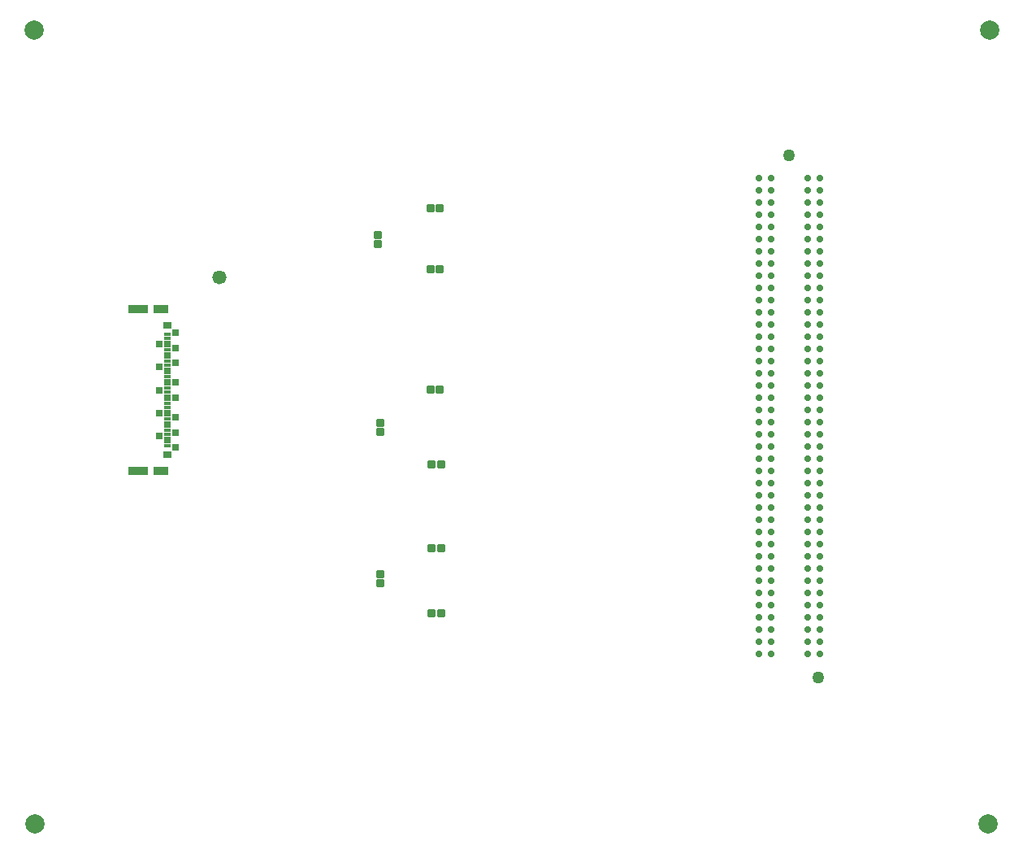
<source format=gts>
G04*
G04 #@! TF.GenerationSoftware,Altium Limited,Altium Designer,21.4.1 (30)*
G04*
G04 Layer_Color=8388736*
%FSLAX42Y42*%
%MOMM*%
G71*
G04*
G04 #@! TF.SameCoordinates,E2F270B4-6BBA-4985-9D84-7226317FA361*
G04*
G04*
G04 #@! TF.FilePolarity,Negative*
G04*
G01*
G75*
G04:AMPARAMS|DCode=23|XSize=0.88mm|YSize=0.88mm|CornerRadius=0.12mm|HoleSize=0mm|Usage=FLASHONLY|Rotation=90.000|XOffset=0mm|YOffset=0mm|HoleType=Round|Shape=RoundedRectangle|*
%AMROUNDEDRECTD23*
21,1,0.88,0.64,0,0,90.0*
21,1,0.64,0.88,0,0,90.0*
1,1,0.24,0.32,0.32*
1,1,0.24,0.32,-0.32*
1,1,0.24,-0.32,-0.32*
1,1,0.24,-0.32,0.32*
%
%ADD23ROUNDEDRECTD23*%
%ADD24C,0.74*%
%ADD25R,0.80X0.40*%
%ADD26R,1.50X0.91*%
%ADD27R,2.05X0.91*%
%ADD28R,0.75X0.75*%
%ADD29R,0.78X0.65*%
%ADD30R,0.90X0.75*%
G04:AMPARAMS|DCode=31|XSize=0.88mm|YSize=0.88mm|CornerRadius=0.12mm|HoleSize=0mm|Usage=FLASHONLY|Rotation=180.000|XOffset=0mm|YOffset=0mm|HoleType=Round|Shape=RoundedRectangle|*
%AMROUNDEDRECTD31*
21,1,0.88,0.64,0,0,180.0*
21,1,0.64,0.88,0,0,180.0*
1,1,0.24,-0.32,0.32*
1,1,0.24,0.32,0.32*
1,1,0.24,0.32,-0.32*
1,1,0.24,-0.32,-0.32*
%
%ADD31ROUNDEDRECTD31*%
%ADD32C,1.27*%
%ADD33C,2.00*%
%ADD34C,1.47*%
D23*
X8539Y5385D02*
D03*
X8636D02*
D03*
X8524Y9601D02*
D03*
X8621D02*
D03*
X8527Y8966D02*
D03*
X8623D02*
D03*
X8527Y7709D02*
D03*
X8623D02*
D03*
X8539Y6934D02*
D03*
X8636D02*
D03*
X8539Y6058D02*
D03*
X8636D02*
D03*
D24*
X11946Y9909D02*
D03*
Y9782D02*
D03*
Y9655D02*
D03*
Y9528D02*
D03*
Y9401D02*
D03*
Y9274D02*
D03*
Y9147D02*
D03*
Y9020D02*
D03*
Y8893D02*
D03*
Y8766D02*
D03*
Y8639D02*
D03*
Y8512D02*
D03*
Y8385D02*
D03*
Y8258D02*
D03*
Y8131D02*
D03*
Y8004D02*
D03*
Y7877D02*
D03*
Y7750D02*
D03*
Y7623D02*
D03*
Y7496D02*
D03*
Y4956D02*
D03*
Y5083D02*
D03*
Y5210D02*
D03*
Y5337D02*
D03*
Y5464D02*
D03*
Y5591D02*
D03*
Y5718D02*
D03*
Y5845D02*
D03*
Y5972D02*
D03*
Y6099D02*
D03*
Y6226D02*
D03*
Y6353D02*
D03*
Y6480D02*
D03*
Y6607D02*
D03*
Y6734D02*
D03*
Y6861D02*
D03*
Y6988D02*
D03*
Y7115D02*
D03*
Y7242D02*
D03*
Y7369D02*
D03*
X12073D02*
D03*
Y7242D02*
D03*
Y7115D02*
D03*
Y6988D02*
D03*
Y6861D02*
D03*
Y6734D02*
D03*
Y6607D02*
D03*
Y6480D02*
D03*
Y6353D02*
D03*
Y6226D02*
D03*
Y6099D02*
D03*
Y5972D02*
D03*
Y5845D02*
D03*
Y5718D02*
D03*
Y5591D02*
D03*
Y5464D02*
D03*
Y5337D02*
D03*
Y5210D02*
D03*
Y5083D02*
D03*
Y4956D02*
D03*
Y7496D02*
D03*
Y7623D02*
D03*
Y7750D02*
D03*
Y7877D02*
D03*
Y8004D02*
D03*
Y8131D02*
D03*
Y8258D02*
D03*
Y8385D02*
D03*
Y8512D02*
D03*
Y8639D02*
D03*
Y8766D02*
D03*
Y8893D02*
D03*
Y9020D02*
D03*
Y9147D02*
D03*
Y9274D02*
D03*
Y9401D02*
D03*
Y9528D02*
D03*
Y9655D02*
D03*
Y9782D02*
D03*
Y9909D02*
D03*
X12581D02*
D03*
Y9782D02*
D03*
Y9655D02*
D03*
Y9528D02*
D03*
Y9401D02*
D03*
Y9274D02*
D03*
Y9147D02*
D03*
Y9020D02*
D03*
Y8893D02*
D03*
Y8766D02*
D03*
Y8639D02*
D03*
Y8512D02*
D03*
Y8385D02*
D03*
Y8258D02*
D03*
Y8131D02*
D03*
Y8004D02*
D03*
Y7877D02*
D03*
Y7750D02*
D03*
Y7623D02*
D03*
Y7496D02*
D03*
Y4956D02*
D03*
Y5083D02*
D03*
Y5210D02*
D03*
Y5337D02*
D03*
Y5464D02*
D03*
Y5591D02*
D03*
Y5718D02*
D03*
Y5845D02*
D03*
Y5972D02*
D03*
Y6099D02*
D03*
Y6226D02*
D03*
Y6353D02*
D03*
Y6480D02*
D03*
Y6607D02*
D03*
Y6734D02*
D03*
Y6861D02*
D03*
Y6988D02*
D03*
Y7115D02*
D03*
Y7242D02*
D03*
Y7369D02*
D03*
X12454D02*
D03*
Y7242D02*
D03*
Y7115D02*
D03*
Y6988D02*
D03*
Y6861D02*
D03*
Y6734D02*
D03*
Y6607D02*
D03*
Y6480D02*
D03*
Y6353D02*
D03*
Y6226D02*
D03*
Y6099D02*
D03*
Y5972D02*
D03*
Y5845D02*
D03*
Y5718D02*
D03*
Y5591D02*
D03*
Y5464D02*
D03*
Y5337D02*
D03*
Y5210D02*
D03*
Y5083D02*
D03*
Y4956D02*
D03*
Y7496D02*
D03*
Y7623D02*
D03*
Y7750D02*
D03*
Y7877D02*
D03*
Y8004D02*
D03*
Y8131D02*
D03*
Y8258D02*
D03*
Y8385D02*
D03*
Y8512D02*
D03*
Y8639D02*
D03*
Y8766D02*
D03*
Y8893D02*
D03*
Y9020D02*
D03*
Y9147D02*
D03*
Y9274D02*
D03*
Y9401D02*
D03*
Y9528D02*
D03*
Y9655D02*
D03*
Y9782D02*
D03*
Y9909D02*
D03*
D25*
X5785Y7686D02*
D03*
Y7286D02*
D03*
Y7326D02*
D03*
Y7366D02*
D03*
Y7406D02*
D03*
Y7446D02*
D03*
Y7486D02*
D03*
Y7526D02*
D03*
Y7566D02*
D03*
Y7606D02*
D03*
Y7726D02*
D03*
Y7646D02*
D03*
Y7766D02*
D03*
Y7806D02*
D03*
Y7846D02*
D03*
Y7886D02*
D03*
Y7926D02*
D03*
Y7966D02*
D03*
Y8006D02*
D03*
Y8046D02*
D03*
Y8086D02*
D03*
Y8126D02*
D03*
Y8166D02*
D03*
Y8206D02*
D03*
Y8246D02*
D03*
Y8286D02*
D03*
Y7166D02*
D03*
Y7206D02*
D03*
Y7246D02*
D03*
Y7126D02*
D03*
D26*
X5715Y8551D02*
D03*
Y6862D02*
D03*
D27*
X5482Y8551D02*
D03*
Y6862D02*
D03*
D28*
X5702Y8186D02*
D03*
Y7946D02*
D03*
Y7706D02*
D03*
Y7466D02*
D03*
Y7226D02*
D03*
D29*
X5869Y8306D02*
D03*
Y8146D02*
D03*
Y7986D02*
D03*
Y7786D02*
D03*
Y7626D02*
D03*
Y7426D02*
D03*
Y7106D02*
D03*
Y7266D02*
D03*
D30*
X5780Y8376D02*
D03*
Y7036D02*
D03*
D31*
X7978Y9223D02*
D03*
Y9319D02*
D03*
X8001Y7267D02*
D03*
Y7363D02*
D03*
Y5695D02*
D03*
Y5791D02*
D03*
D32*
X12263Y10152D02*
D03*
X12568Y4714D02*
D03*
D33*
X14351Y11455D02*
D03*
X14338Y3188D02*
D03*
X4407D02*
D03*
X4394Y11455D02*
D03*
D34*
X6325Y8877D02*
D03*
M02*

</source>
